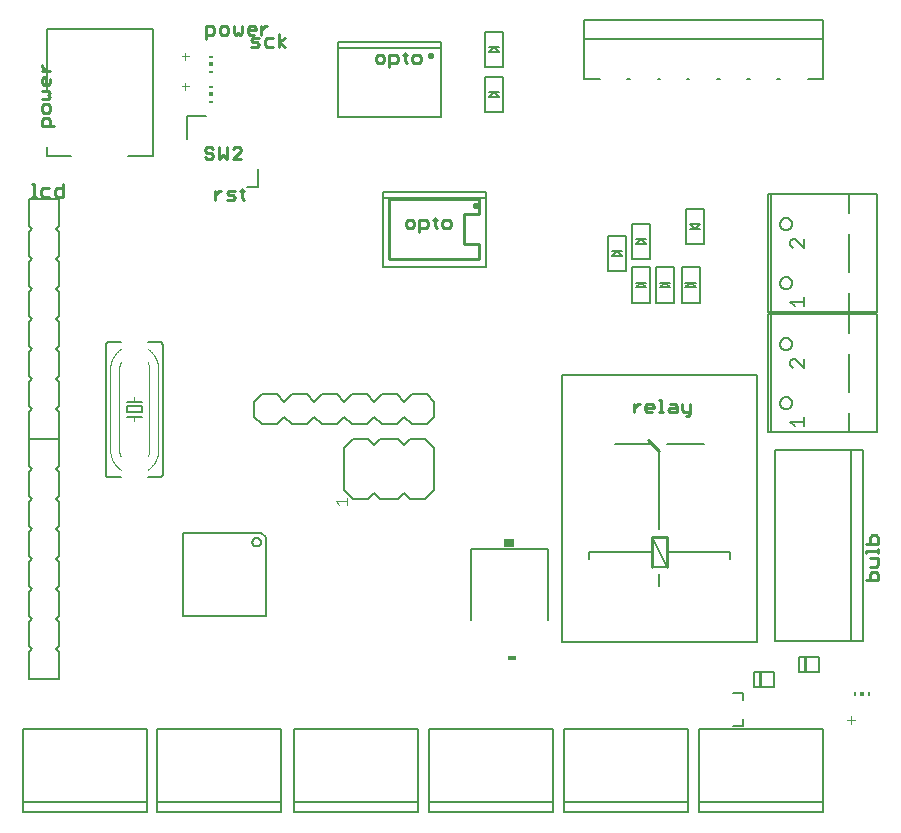
<source format=gto>
G75*
%MOIN*%
%OFA0B0*%
%FSLAX25Y25*%
%IPPOS*%
%LPD*%
%AMOC8*
5,1,8,0,0,1.08239X$1,22.5*
%
%ADD10C,0.01000*%
%ADD11C,0.00900*%
%ADD12C,0.00500*%
%ADD13C,0.00600*%
%ADD14C,0.00300*%
%ADD15C,0.00800*%
%ADD16C,0.02174*%
%ADD17R,0.02800X0.01600*%
%ADD18C,0.00200*%
%ADD19R,0.01181X0.00591*%
%ADD20R,0.01181X0.01181*%
%ADD21R,0.00591X0.01181*%
%ADD22R,0.03400X0.03000*%
D10*
X0144018Y0190102D02*
X0144018Y0210102D01*
X0174018Y0210102D01*
X0174018Y0205102D01*
X0169018Y0205102D01*
X0169018Y0195102D01*
X0174018Y0195102D01*
X0174018Y0190102D01*
X0144018Y0190102D01*
X0230318Y0129902D02*
X0231518Y0128602D01*
X0234018Y0126102D01*
X0236518Y0097602D02*
X0231518Y0097602D01*
X0231518Y0092602D01*
X0231518Y0087602D01*
X0236518Y0087602D02*
X0236518Y0092602D01*
X0236518Y0097602D01*
D11*
X0243059Y0137884D02*
X0243743Y0137884D01*
X0244427Y0138568D01*
X0244427Y0141988D01*
X0241692Y0141988D02*
X0241692Y0139936D01*
X0242375Y0139252D01*
X0244427Y0139252D01*
X0239823Y0139252D02*
X0239823Y0141304D01*
X0239139Y0141988D01*
X0237772Y0141988D01*
X0237772Y0140620D02*
X0239823Y0140620D01*
X0239823Y0139252D02*
X0237772Y0139252D01*
X0237088Y0139936D01*
X0237772Y0140620D01*
X0235386Y0139252D02*
X0234018Y0139252D01*
X0234702Y0139252D02*
X0234702Y0143356D01*
X0234018Y0143356D01*
X0232150Y0141304D02*
X0232150Y0140620D01*
X0229414Y0140620D01*
X0229414Y0141304D02*
X0230098Y0141988D01*
X0231466Y0141988D01*
X0232150Y0141304D01*
X0231466Y0139252D02*
X0230098Y0139252D01*
X0229414Y0139936D01*
X0229414Y0141304D01*
X0227630Y0141988D02*
X0226946Y0141988D01*
X0225578Y0140620D01*
X0225578Y0139252D02*
X0225578Y0141988D01*
X0164481Y0201236D02*
X0164481Y0202604D01*
X0163797Y0203288D01*
X0162429Y0203288D01*
X0161745Y0202604D01*
X0161745Y0201236D01*
X0162429Y0200552D01*
X0163797Y0200552D01*
X0164481Y0201236D01*
X0160043Y0200552D02*
X0159360Y0201236D01*
X0159360Y0203972D01*
X0160043Y0203288D02*
X0158676Y0203288D01*
X0156807Y0202604D02*
X0156807Y0201236D01*
X0156123Y0200552D01*
X0154072Y0200552D01*
X0154072Y0199184D02*
X0154072Y0203288D01*
X0156123Y0203288D01*
X0156807Y0202604D01*
X0152203Y0202604D02*
X0152203Y0201236D01*
X0151520Y0200552D01*
X0150152Y0200552D01*
X0149468Y0201236D01*
X0149468Y0202604D01*
X0150152Y0203288D01*
X0151520Y0203288D01*
X0152203Y0202604D01*
X0095766Y0210052D02*
X0095082Y0210736D01*
X0095082Y0213472D01*
X0094398Y0212788D02*
X0095766Y0212788D01*
X0092530Y0212788D02*
X0090478Y0212788D01*
X0089795Y0212104D01*
X0090478Y0211420D01*
X0091846Y0211420D01*
X0092530Y0210736D01*
X0091846Y0210052D01*
X0089795Y0210052D01*
X0088010Y0212788D02*
X0087326Y0212788D01*
X0085958Y0211420D01*
X0085958Y0210052D02*
X0085958Y0212788D01*
X0084708Y0223552D02*
X0083340Y0223552D01*
X0082656Y0224236D01*
X0083340Y0225604D02*
X0082656Y0226288D01*
X0082656Y0226972D01*
X0083340Y0227656D01*
X0084708Y0227656D01*
X0085392Y0226972D01*
X0084708Y0225604D02*
X0085392Y0224920D01*
X0085392Y0224236D01*
X0084708Y0223552D01*
X0084708Y0225604D02*
X0083340Y0225604D01*
X0087260Y0227656D02*
X0087260Y0223552D01*
X0088628Y0224920D01*
X0089996Y0223552D01*
X0089996Y0227656D01*
X0091864Y0226972D02*
X0092548Y0227656D01*
X0093916Y0227656D01*
X0094600Y0226972D01*
X0094600Y0226288D01*
X0091864Y0223552D01*
X0094600Y0223552D01*
X0097923Y0261052D02*
X0099975Y0261052D01*
X0100659Y0261736D01*
X0099975Y0262420D01*
X0098607Y0262420D01*
X0097923Y0263104D01*
X0098607Y0263788D01*
X0100659Y0263788D01*
X0101384Y0265052D02*
X0101384Y0267788D01*
X0102751Y0267788D02*
X0101384Y0266420D01*
X0099515Y0266420D02*
X0096780Y0266420D01*
X0096780Y0267104D02*
X0097463Y0267788D01*
X0098831Y0267788D01*
X0099515Y0267104D01*
X0099515Y0266420D01*
X0098831Y0265052D02*
X0097463Y0265052D01*
X0096780Y0265736D01*
X0096780Y0267104D01*
X0094911Y0267788D02*
X0094911Y0265736D01*
X0094227Y0265052D01*
X0093543Y0265736D01*
X0092860Y0265052D01*
X0092176Y0265736D01*
X0092176Y0267788D01*
X0090307Y0267104D02*
X0089623Y0267788D01*
X0088256Y0267788D01*
X0087572Y0267104D01*
X0087572Y0265736D01*
X0088256Y0265052D01*
X0089623Y0265052D01*
X0090307Y0265736D01*
X0090307Y0267104D01*
X0085703Y0267104D02*
X0085703Y0265736D01*
X0085020Y0265052D01*
X0082968Y0265052D01*
X0082968Y0263684D02*
X0082968Y0267788D01*
X0085020Y0267788D01*
X0085703Y0267104D01*
X0102751Y0267788D02*
X0103435Y0267788D01*
X0107131Y0265156D02*
X0107131Y0261052D01*
X0107131Y0262420D02*
X0109183Y0263788D01*
X0107131Y0262420D02*
X0109183Y0261052D01*
X0105263Y0261052D02*
X0103211Y0261052D01*
X0102527Y0261736D01*
X0102527Y0263104D01*
X0103211Y0263788D01*
X0105263Y0263788D01*
X0139468Y0257604D02*
X0139468Y0256236D01*
X0140152Y0255552D01*
X0141520Y0255552D01*
X0142203Y0256236D01*
X0142203Y0257604D01*
X0141520Y0258288D01*
X0140152Y0258288D01*
X0139468Y0257604D01*
X0144072Y0258288D02*
X0144072Y0254184D01*
X0144072Y0255552D02*
X0146123Y0255552D01*
X0146807Y0256236D01*
X0146807Y0257604D01*
X0146123Y0258288D01*
X0144072Y0258288D01*
X0148676Y0258288D02*
X0150043Y0258288D01*
X0149360Y0258972D02*
X0149360Y0256236D01*
X0150043Y0255552D01*
X0151745Y0256236D02*
X0152429Y0255552D01*
X0153797Y0255552D01*
X0154481Y0256236D01*
X0154481Y0257604D01*
X0153797Y0258288D01*
X0152429Y0258288D01*
X0151745Y0257604D01*
X0151745Y0256236D01*
X0035317Y0215136D02*
X0035317Y0211032D01*
X0033265Y0211032D01*
X0032581Y0211716D01*
X0032581Y0213084D01*
X0033265Y0213768D01*
X0035317Y0213768D01*
X0030713Y0213768D02*
X0028661Y0213768D01*
X0027977Y0213084D01*
X0027977Y0211716D01*
X0028661Y0211032D01*
X0030713Y0211032D01*
X0026276Y0211032D02*
X0024908Y0211032D01*
X0025592Y0211032D02*
X0025592Y0215136D01*
X0024908Y0215136D01*
X0028272Y0234450D02*
X0028272Y0236501D01*
X0028956Y0237185D01*
X0030324Y0237185D01*
X0031008Y0236501D01*
X0031008Y0234450D01*
X0032376Y0234450D02*
X0028272Y0234450D01*
X0028956Y0239054D02*
X0030324Y0239054D01*
X0031008Y0239738D01*
X0031008Y0241105D01*
X0030324Y0241789D01*
X0028956Y0241789D01*
X0028272Y0241105D01*
X0028272Y0239738D01*
X0028956Y0239054D01*
X0028272Y0243658D02*
X0030324Y0243658D01*
X0031008Y0244341D01*
X0030324Y0245025D01*
X0031008Y0245709D01*
X0030324Y0246393D01*
X0028272Y0246393D01*
X0028956Y0248261D02*
X0028272Y0248945D01*
X0028272Y0250313D01*
X0028956Y0250997D01*
X0029640Y0250997D01*
X0029640Y0248261D01*
X0030324Y0248261D02*
X0028956Y0248261D01*
X0030324Y0248261D02*
X0031008Y0248945D01*
X0031008Y0250313D01*
X0031008Y0252865D02*
X0028272Y0252865D01*
X0029640Y0252865D02*
X0028272Y0254233D01*
X0028272Y0254917D01*
X0302934Y0095358D02*
X0307038Y0095358D01*
X0307038Y0097410D01*
X0306354Y0098094D01*
X0304986Y0098094D01*
X0304302Y0097410D01*
X0304302Y0095358D01*
X0302934Y0092973D02*
X0307038Y0092973D01*
X0307038Y0092289D02*
X0307038Y0093657D01*
X0307038Y0090421D02*
X0304302Y0090421D01*
X0302934Y0092289D02*
X0302934Y0092973D01*
X0307038Y0090421D02*
X0307038Y0088369D01*
X0306354Y0087685D01*
X0304302Y0087685D01*
X0304986Y0085817D02*
X0304302Y0085133D01*
X0304302Y0083081D01*
X0302934Y0083081D02*
X0307038Y0083081D01*
X0307038Y0085133D01*
X0306354Y0085817D01*
X0304986Y0085817D01*
D12*
X0287364Y0057661D02*
X0280671Y0057661D01*
X0280671Y0052543D01*
X0287364Y0052543D01*
X0287364Y0057661D01*
X0282837Y0057464D02*
X0282837Y0052740D01*
X0282443Y0052740D02*
X0282443Y0057464D01*
X0282837Y0057464D01*
X0272364Y0052661D02*
X0272364Y0047543D01*
X0265671Y0047543D01*
X0265671Y0052661D01*
X0272364Y0052661D01*
X0267837Y0052464D02*
X0267837Y0047740D01*
X0267443Y0047740D02*
X0267443Y0052464D01*
X0267837Y0052464D01*
X0279265Y0134510D02*
X0277764Y0136011D01*
X0282268Y0136011D01*
X0282268Y0134510D02*
X0282268Y0137512D01*
X0282268Y0154010D02*
X0279265Y0157012D01*
X0278515Y0157012D01*
X0277764Y0156261D01*
X0277764Y0154760D01*
X0278515Y0154010D01*
X0282268Y0154010D02*
X0282268Y0157012D01*
X0282268Y0174510D02*
X0282268Y0177512D01*
X0282268Y0176011D02*
X0277764Y0176011D01*
X0279265Y0174510D01*
X0278515Y0194010D02*
X0277764Y0194760D01*
X0277764Y0196261D01*
X0278515Y0197012D01*
X0279265Y0197012D01*
X0282268Y0194010D01*
X0282268Y0197012D01*
X0248971Y0195197D02*
X0248971Y0207008D01*
X0243065Y0207008D01*
X0243065Y0195197D01*
X0248971Y0195197D01*
X0247768Y0200352D02*
X0244268Y0200352D01*
X0244268Y0201852D02*
X0246018Y0200352D01*
X0247768Y0201852D01*
X0244268Y0201852D01*
X0230971Y0202008D02*
X0230971Y0190197D01*
X0225065Y0190197D01*
X0225065Y0202008D01*
X0230971Y0202008D01*
X0229768Y0196852D02*
X0226268Y0196852D01*
X0226268Y0195352D02*
X0228018Y0196852D01*
X0229768Y0195352D01*
X0226268Y0195352D01*
X0222971Y0198008D02*
X0222971Y0186197D01*
X0217065Y0186197D01*
X0217065Y0198008D01*
X0222971Y0198008D01*
X0221768Y0192852D02*
X0218268Y0192852D01*
X0218268Y0191352D02*
X0220018Y0192852D01*
X0221768Y0191352D01*
X0218268Y0191352D01*
X0225065Y0187508D02*
X0225065Y0175697D01*
X0230971Y0175697D01*
X0230971Y0187508D01*
X0225065Y0187508D01*
X0226268Y0182352D02*
X0229768Y0182352D01*
X0229768Y0180852D02*
X0228018Y0182352D01*
X0226268Y0180852D01*
X0229768Y0180852D01*
X0234268Y0180852D02*
X0236018Y0182352D01*
X0237768Y0180852D01*
X0234268Y0180852D01*
X0234268Y0182352D02*
X0237768Y0182352D01*
X0238971Y0187508D02*
X0233065Y0187508D01*
X0233065Y0175697D01*
X0238971Y0175697D01*
X0238971Y0187508D01*
X0241565Y0187508D02*
X0241565Y0175697D01*
X0247471Y0175697D01*
X0247471Y0187508D01*
X0241565Y0187508D01*
X0242768Y0182352D02*
X0246268Y0182352D01*
X0246268Y0180852D02*
X0242768Y0180852D01*
X0244518Y0182352D01*
X0246268Y0180852D01*
X0181971Y0239197D02*
X0176065Y0239197D01*
X0176065Y0251008D01*
X0181971Y0251008D01*
X0181971Y0239197D01*
X0180768Y0244352D02*
X0177268Y0244352D01*
X0179018Y0245852D01*
X0180768Y0244352D01*
X0180768Y0245852D02*
X0177268Y0245852D01*
X0176065Y0254197D02*
X0176065Y0266008D01*
X0181971Y0266008D01*
X0181971Y0254197D01*
X0176065Y0254197D01*
X0177268Y0259352D02*
X0179018Y0260852D01*
X0180768Y0259352D01*
X0177268Y0259352D01*
X0177268Y0260852D02*
X0180768Y0260852D01*
X0100368Y0220102D02*
X0100368Y0214402D01*
X0096518Y0214402D01*
X0076768Y0230102D02*
X0076768Y0238052D01*
X0076767Y0238052D01*
X0076768Y0238052D02*
X0082868Y0238052D01*
X0132018Y0130102D02*
X0137018Y0130102D01*
X0139018Y0128102D01*
X0141018Y0130102D01*
X0147018Y0130102D01*
X0149018Y0128102D01*
X0151018Y0130102D01*
X0156018Y0130102D01*
X0159018Y0127102D01*
X0159018Y0113102D01*
X0156018Y0110102D01*
X0151018Y0110102D01*
X0149018Y0112102D01*
X0147018Y0110102D01*
X0141018Y0110102D01*
X0139018Y0112102D01*
X0137018Y0110102D01*
X0132018Y0110102D01*
X0129018Y0113102D01*
X0129018Y0127102D01*
X0132018Y0130102D01*
D13*
X0131518Y0135102D02*
X0129018Y0137602D01*
X0126518Y0135102D01*
X0121518Y0135102D01*
X0119018Y0137602D01*
X0116518Y0135102D01*
X0111518Y0135102D01*
X0109018Y0137602D01*
X0106518Y0135102D01*
X0101518Y0135102D01*
X0099018Y0137602D01*
X0099018Y0142602D01*
X0101518Y0145102D01*
X0106518Y0145102D01*
X0109018Y0142602D01*
X0111518Y0145102D01*
X0116518Y0145102D01*
X0119018Y0142602D01*
X0121518Y0145102D01*
X0126518Y0145102D01*
X0129018Y0142602D01*
X0131518Y0145102D01*
X0136518Y0145102D01*
X0139018Y0142602D01*
X0141518Y0145102D01*
X0146518Y0145102D01*
X0149018Y0142602D01*
X0151518Y0145102D01*
X0156518Y0145102D01*
X0159018Y0142602D01*
X0159018Y0137602D01*
X0156518Y0135102D01*
X0151518Y0135102D01*
X0149018Y0137602D01*
X0146518Y0135102D01*
X0141518Y0135102D01*
X0139018Y0137602D01*
X0136518Y0135102D01*
X0131518Y0135102D01*
X0101419Y0098901D02*
X0102817Y0097504D01*
X0102817Y0071303D01*
X0075219Y0071303D01*
X0075219Y0098901D01*
X0101419Y0098901D01*
X0098404Y0095902D02*
X0098406Y0095977D01*
X0098412Y0096051D01*
X0098422Y0096125D01*
X0098435Y0096198D01*
X0098453Y0096271D01*
X0098474Y0096342D01*
X0098499Y0096413D01*
X0098528Y0096482D01*
X0098561Y0096549D01*
X0098597Y0096614D01*
X0098636Y0096678D01*
X0098678Y0096739D01*
X0098724Y0096798D01*
X0098773Y0096855D01*
X0098825Y0096908D01*
X0098879Y0096959D01*
X0098936Y0097008D01*
X0098996Y0097052D01*
X0099058Y0097094D01*
X0099122Y0097133D01*
X0099188Y0097168D01*
X0099255Y0097199D01*
X0099325Y0097227D01*
X0099395Y0097251D01*
X0099467Y0097272D01*
X0099540Y0097288D01*
X0099613Y0097301D01*
X0099688Y0097310D01*
X0099762Y0097315D01*
X0099837Y0097316D01*
X0099911Y0097313D01*
X0099986Y0097306D01*
X0100059Y0097295D01*
X0100133Y0097281D01*
X0100205Y0097262D01*
X0100276Y0097240D01*
X0100346Y0097214D01*
X0100415Y0097184D01*
X0100481Y0097151D01*
X0100546Y0097114D01*
X0100609Y0097074D01*
X0100670Y0097030D01*
X0100728Y0096984D01*
X0100784Y0096934D01*
X0100837Y0096882D01*
X0100888Y0096827D01*
X0100935Y0096769D01*
X0100979Y0096709D01*
X0101020Y0096646D01*
X0101058Y0096582D01*
X0101092Y0096516D01*
X0101123Y0096447D01*
X0101150Y0096378D01*
X0101173Y0096307D01*
X0101192Y0096235D01*
X0101208Y0096162D01*
X0101220Y0096088D01*
X0101228Y0096014D01*
X0101232Y0095939D01*
X0101232Y0095865D01*
X0101228Y0095790D01*
X0101220Y0095716D01*
X0101208Y0095642D01*
X0101192Y0095569D01*
X0101173Y0095497D01*
X0101150Y0095426D01*
X0101123Y0095357D01*
X0101092Y0095288D01*
X0101058Y0095222D01*
X0101020Y0095158D01*
X0100979Y0095095D01*
X0100935Y0095035D01*
X0100888Y0094977D01*
X0100837Y0094922D01*
X0100784Y0094870D01*
X0100728Y0094820D01*
X0100670Y0094774D01*
X0100609Y0094730D01*
X0100546Y0094690D01*
X0100481Y0094653D01*
X0100415Y0094620D01*
X0100346Y0094590D01*
X0100276Y0094564D01*
X0100205Y0094542D01*
X0100133Y0094523D01*
X0100059Y0094509D01*
X0099986Y0094498D01*
X0099911Y0094491D01*
X0099837Y0094488D01*
X0099762Y0094489D01*
X0099688Y0094494D01*
X0099613Y0094503D01*
X0099540Y0094516D01*
X0099467Y0094532D01*
X0099395Y0094553D01*
X0099325Y0094577D01*
X0099255Y0094605D01*
X0099188Y0094636D01*
X0099122Y0094671D01*
X0099058Y0094710D01*
X0098996Y0094752D01*
X0098936Y0094796D01*
X0098879Y0094845D01*
X0098825Y0094896D01*
X0098773Y0094949D01*
X0098724Y0095006D01*
X0098678Y0095065D01*
X0098636Y0095126D01*
X0098597Y0095190D01*
X0098561Y0095255D01*
X0098528Y0095322D01*
X0098499Y0095391D01*
X0098474Y0095462D01*
X0098453Y0095533D01*
X0098435Y0095606D01*
X0098422Y0095679D01*
X0098412Y0095753D01*
X0098406Y0095827D01*
X0098404Y0095902D01*
X0068518Y0118602D02*
X0068518Y0161602D01*
X0068516Y0161662D01*
X0068511Y0161723D01*
X0068502Y0161782D01*
X0068489Y0161841D01*
X0068473Y0161900D01*
X0068453Y0161957D01*
X0068430Y0162012D01*
X0068403Y0162067D01*
X0068374Y0162119D01*
X0068341Y0162170D01*
X0068305Y0162219D01*
X0068267Y0162265D01*
X0068225Y0162309D01*
X0068181Y0162351D01*
X0068135Y0162389D01*
X0068086Y0162425D01*
X0068035Y0162458D01*
X0067983Y0162487D01*
X0067928Y0162514D01*
X0067873Y0162537D01*
X0067816Y0162557D01*
X0067757Y0162573D01*
X0067698Y0162586D01*
X0067639Y0162595D01*
X0067578Y0162600D01*
X0067518Y0162602D01*
X0063518Y0162602D01*
X0054518Y0162602D02*
X0050518Y0162602D01*
X0050458Y0162600D01*
X0050397Y0162595D01*
X0050338Y0162586D01*
X0050279Y0162573D01*
X0050220Y0162557D01*
X0050163Y0162537D01*
X0050108Y0162514D01*
X0050053Y0162487D01*
X0050001Y0162458D01*
X0049950Y0162425D01*
X0049901Y0162389D01*
X0049855Y0162351D01*
X0049811Y0162309D01*
X0049769Y0162265D01*
X0049731Y0162219D01*
X0049695Y0162170D01*
X0049662Y0162119D01*
X0049633Y0162067D01*
X0049606Y0162012D01*
X0049583Y0161957D01*
X0049563Y0161900D01*
X0049547Y0161841D01*
X0049534Y0161782D01*
X0049525Y0161723D01*
X0049520Y0161662D01*
X0049518Y0161602D01*
X0049518Y0118602D01*
X0049520Y0118542D01*
X0049525Y0118481D01*
X0049534Y0118422D01*
X0049547Y0118363D01*
X0049563Y0118304D01*
X0049583Y0118247D01*
X0049606Y0118192D01*
X0049633Y0118137D01*
X0049662Y0118085D01*
X0049695Y0118034D01*
X0049731Y0117985D01*
X0049769Y0117939D01*
X0049811Y0117895D01*
X0049855Y0117853D01*
X0049901Y0117815D01*
X0049950Y0117779D01*
X0050001Y0117746D01*
X0050053Y0117717D01*
X0050108Y0117690D01*
X0050163Y0117667D01*
X0050220Y0117647D01*
X0050279Y0117631D01*
X0050338Y0117618D01*
X0050397Y0117609D01*
X0050458Y0117604D01*
X0050518Y0117602D01*
X0054518Y0117602D01*
X0063518Y0117602D02*
X0067518Y0117602D01*
X0067578Y0117604D01*
X0067639Y0117609D01*
X0067698Y0117618D01*
X0067757Y0117631D01*
X0067816Y0117647D01*
X0067873Y0117667D01*
X0067928Y0117690D01*
X0067983Y0117717D01*
X0068035Y0117746D01*
X0068086Y0117779D01*
X0068135Y0117815D01*
X0068181Y0117853D01*
X0068225Y0117895D01*
X0068267Y0117939D01*
X0068305Y0117985D01*
X0068341Y0118034D01*
X0068374Y0118085D01*
X0068403Y0118137D01*
X0068430Y0118192D01*
X0068453Y0118247D01*
X0068473Y0118304D01*
X0068489Y0118363D01*
X0068502Y0118422D01*
X0068511Y0118481D01*
X0068516Y0118542D01*
X0068518Y0118602D01*
X0061518Y0137602D02*
X0059018Y0137602D01*
X0056518Y0137602D01*
X0056518Y0139102D02*
X0056518Y0141102D01*
X0061518Y0141102D01*
X0061518Y0139102D01*
X0056518Y0139102D01*
X0056518Y0142602D02*
X0059018Y0142602D01*
X0061518Y0142602D01*
X0034018Y0141102D02*
X0034018Y0149102D01*
X0033018Y0150102D01*
X0034018Y0151102D01*
X0034018Y0159102D01*
X0033018Y0160102D01*
X0034018Y0161102D01*
X0034018Y0169102D01*
X0033018Y0170102D01*
X0034018Y0171102D01*
X0034018Y0179102D01*
X0033018Y0180102D01*
X0034018Y0181102D01*
X0034018Y0189102D01*
X0033018Y0190102D01*
X0034018Y0191102D01*
X0034018Y0199102D01*
X0033018Y0200102D01*
X0034018Y0201102D01*
X0034018Y0210102D01*
X0024018Y0210102D01*
X0024018Y0201102D01*
X0025018Y0200102D01*
X0024018Y0199102D01*
X0024018Y0191102D01*
X0025018Y0190102D01*
X0024018Y0189102D01*
X0024018Y0181102D01*
X0025018Y0180102D01*
X0024018Y0179102D01*
X0024018Y0171102D01*
X0025018Y0170102D01*
X0024018Y0169102D01*
X0024018Y0161102D01*
X0025018Y0160102D01*
X0024018Y0159102D01*
X0024018Y0151102D01*
X0025018Y0150102D01*
X0024018Y0149102D01*
X0024018Y0141102D01*
X0025018Y0140102D01*
X0024018Y0139102D01*
X0024018Y0130102D01*
X0034018Y0130102D01*
X0034018Y0121102D01*
X0033018Y0120102D01*
X0034018Y0119102D01*
X0034018Y0111102D01*
X0033018Y0110102D01*
X0034018Y0109102D01*
X0034018Y0101102D01*
X0033018Y0100102D01*
X0034018Y0099102D01*
X0034018Y0091102D01*
X0033018Y0090102D01*
X0034018Y0089102D01*
X0034018Y0081102D01*
X0033018Y0080102D01*
X0034018Y0079102D01*
X0034018Y0071102D01*
X0033018Y0070102D01*
X0034018Y0069102D01*
X0034018Y0061102D01*
X0033018Y0060102D01*
X0034018Y0059102D01*
X0034018Y0050102D01*
X0024018Y0050102D01*
X0024018Y0059102D01*
X0025018Y0060102D01*
X0024018Y0061102D01*
X0024018Y0069102D01*
X0025018Y0070102D01*
X0024018Y0071102D01*
X0024018Y0079102D01*
X0025018Y0080102D01*
X0024018Y0081102D01*
X0024018Y0089102D01*
X0025018Y0090102D01*
X0024018Y0091102D01*
X0024018Y0099102D01*
X0025018Y0100102D01*
X0024018Y0101102D01*
X0024018Y0109102D01*
X0025018Y0110102D01*
X0024018Y0111102D01*
X0024018Y0119102D01*
X0025018Y0120102D01*
X0024018Y0121102D01*
X0024018Y0130102D01*
X0034018Y0130102D01*
X0034018Y0139102D01*
X0033018Y0140102D01*
X0034018Y0141102D01*
X0141852Y0187582D02*
X0176282Y0187582D01*
X0176282Y0212622D01*
X0141852Y0212622D01*
X0141852Y0210590D01*
X0175888Y0210590D01*
X0161282Y0237582D02*
X0161282Y0262622D01*
X0126852Y0262622D01*
X0126852Y0260590D01*
X0160888Y0260590D01*
X0161282Y0237582D02*
X0126852Y0237582D01*
X0126852Y0260590D01*
X0141852Y0210590D02*
X0141852Y0187582D01*
X0201518Y0151602D02*
X0266518Y0151602D01*
X0266518Y0062602D01*
X0201518Y0062602D01*
X0201518Y0151602D01*
X0219318Y0128602D02*
X0231518Y0128602D01*
X0234018Y0126102D02*
X0234018Y0100102D01*
X0231518Y0097602D02*
X0236518Y0087602D01*
X0231518Y0087602D01*
X0234018Y0085102D02*
X0234018Y0081102D01*
X0236518Y0092602D02*
X0257518Y0092602D01*
X0257518Y0090102D01*
X0231518Y0092602D02*
X0210518Y0092602D01*
X0210518Y0090102D01*
X0236518Y0128602D02*
X0248818Y0128602D01*
X0270317Y0132460D02*
X0271116Y0132460D01*
X0271116Y0171760D01*
X0297116Y0171760D01*
X0306518Y0171760D01*
X0306518Y0132460D01*
X0297116Y0132460D01*
X0271116Y0132460D01*
X0270317Y0132460D02*
X0270317Y0171760D01*
X0271116Y0171760D01*
X0271116Y0172460D02*
X0270317Y0172460D01*
X0270317Y0211760D01*
X0271116Y0211760D01*
X0297116Y0211760D01*
X0306518Y0211760D01*
X0306518Y0172460D01*
X0297116Y0172460D01*
X0271116Y0172460D01*
X0271116Y0211760D01*
X0274318Y0201960D02*
X0274320Y0202049D01*
X0274326Y0202138D01*
X0274336Y0202227D01*
X0274350Y0202315D01*
X0274367Y0202402D01*
X0274389Y0202488D01*
X0274415Y0202574D01*
X0274444Y0202658D01*
X0274477Y0202741D01*
X0274513Y0202822D01*
X0274554Y0202902D01*
X0274597Y0202979D01*
X0274644Y0203055D01*
X0274695Y0203128D01*
X0274748Y0203199D01*
X0274805Y0203268D01*
X0274865Y0203334D01*
X0274928Y0203398D01*
X0274993Y0203458D01*
X0275061Y0203516D01*
X0275132Y0203570D01*
X0275205Y0203621D01*
X0275280Y0203669D01*
X0275357Y0203714D01*
X0275436Y0203755D01*
X0275517Y0203792D01*
X0275599Y0203826D01*
X0275683Y0203857D01*
X0275768Y0203883D01*
X0275854Y0203906D01*
X0275941Y0203924D01*
X0276029Y0203939D01*
X0276118Y0203950D01*
X0276207Y0203957D01*
X0276296Y0203960D01*
X0276385Y0203959D01*
X0276474Y0203954D01*
X0276562Y0203945D01*
X0276651Y0203932D01*
X0276738Y0203915D01*
X0276825Y0203895D01*
X0276911Y0203870D01*
X0276995Y0203842D01*
X0277078Y0203810D01*
X0277160Y0203774D01*
X0277240Y0203735D01*
X0277318Y0203692D01*
X0277394Y0203646D01*
X0277468Y0203596D01*
X0277540Y0203543D01*
X0277609Y0203487D01*
X0277676Y0203428D01*
X0277740Y0203366D01*
X0277801Y0203302D01*
X0277860Y0203234D01*
X0277915Y0203164D01*
X0277967Y0203092D01*
X0278016Y0203017D01*
X0278061Y0202941D01*
X0278103Y0202862D01*
X0278141Y0202782D01*
X0278176Y0202700D01*
X0278207Y0202616D01*
X0278235Y0202531D01*
X0278258Y0202445D01*
X0278278Y0202358D01*
X0278294Y0202271D01*
X0278306Y0202182D01*
X0278314Y0202094D01*
X0278318Y0202005D01*
X0278318Y0201915D01*
X0278314Y0201826D01*
X0278306Y0201738D01*
X0278294Y0201649D01*
X0278278Y0201562D01*
X0278258Y0201475D01*
X0278235Y0201389D01*
X0278207Y0201304D01*
X0278176Y0201220D01*
X0278141Y0201138D01*
X0278103Y0201058D01*
X0278061Y0200979D01*
X0278016Y0200903D01*
X0277967Y0200828D01*
X0277915Y0200756D01*
X0277860Y0200686D01*
X0277801Y0200618D01*
X0277740Y0200554D01*
X0277676Y0200492D01*
X0277609Y0200433D01*
X0277540Y0200377D01*
X0277468Y0200324D01*
X0277394Y0200274D01*
X0277318Y0200228D01*
X0277240Y0200185D01*
X0277160Y0200146D01*
X0277078Y0200110D01*
X0276995Y0200078D01*
X0276911Y0200050D01*
X0276825Y0200025D01*
X0276738Y0200005D01*
X0276651Y0199988D01*
X0276562Y0199975D01*
X0276474Y0199966D01*
X0276385Y0199961D01*
X0276296Y0199960D01*
X0276207Y0199963D01*
X0276118Y0199970D01*
X0276029Y0199981D01*
X0275941Y0199996D01*
X0275854Y0200014D01*
X0275768Y0200037D01*
X0275683Y0200063D01*
X0275599Y0200094D01*
X0275517Y0200128D01*
X0275436Y0200165D01*
X0275357Y0200206D01*
X0275280Y0200251D01*
X0275205Y0200299D01*
X0275132Y0200350D01*
X0275061Y0200404D01*
X0274993Y0200462D01*
X0274928Y0200522D01*
X0274865Y0200586D01*
X0274805Y0200652D01*
X0274748Y0200721D01*
X0274695Y0200792D01*
X0274644Y0200865D01*
X0274597Y0200941D01*
X0274554Y0201018D01*
X0274513Y0201098D01*
X0274477Y0201179D01*
X0274444Y0201262D01*
X0274415Y0201346D01*
X0274389Y0201432D01*
X0274367Y0201518D01*
X0274350Y0201605D01*
X0274336Y0201693D01*
X0274326Y0201782D01*
X0274320Y0201871D01*
X0274318Y0201960D01*
X0274318Y0182260D02*
X0274320Y0182349D01*
X0274326Y0182438D01*
X0274336Y0182527D01*
X0274350Y0182615D01*
X0274367Y0182702D01*
X0274389Y0182788D01*
X0274415Y0182874D01*
X0274444Y0182958D01*
X0274477Y0183041D01*
X0274513Y0183122D01*
X0274554Y0183202D01*
X0274597Y0183279D01*
X0274644Y0183355D01*
X0274695Y0183428D01*
X0274748Y0183499D01*
X0274805Y0183568D01*
X0274865Y0183634D01*
X0274928Y0183698D01*
X0274993Y0183758D01*
X0275061Y0183816D01*
X0275132Y0183870D01*
X0275205Y0183921D01*
X0275280Y0183969D01*
X0275357Y0184014D01*
X0275436Y0184055D01*
X0275517Y0184092D01*
X0275599Y0184126D01*
X0275683Y0184157D01*
X0275768Y0184183D01*
X0275854Y0184206D01*
X0275941Y0184224D01*
X0276029Y0184239D01*
X0276118Y0184250D01*
X0276207Y0184257D01*
X0276296Y0184260D01*
X0276385Y0184259D01*
X0276474Y0184254D01*
X0276562Y0184245D01*
X0276651Y0184232D01*
X0276738Y0184215D01*
X0276825Y0184195D01*
X0276911Y0184170D01*
X0276995Y0184142D01*
X0277078Y0184110D01*
X0277160Y0184074D01*
X0277240Y0184035D01*
X0277318Y0183992D01*
X0277394Y0183946D01*
X0277468Y0183896D01*
X0277540Y0183843D01*
X0277609Y0183787D01*
X0277676Y0183728D01*
X0277740Y0183666D01*
X0277801Y0183602D01*
X0277860Y0183534D01*
X0277915Y0183464D01*
X0277967Y0183392D01*
X0278016Y0183317D01*
X0278061Y0183241D01*
X0278103Y0183162D01*
X0278141Y0183082D01*
X0278176Y0183000D01*
X0278207Y0182916D01*
X0278235Y0182831D01*
X0278258Y0182745D01*
X0278278Y0182658D01*
X0278294Y0182571D01*
X0278306Y0182482D01*
X0278314Y0182394D01*
X0278318Y0182305D01*
X0278318Y0182215D01*
X0278314Y0182126D01*
X0278306Y0182038D01*
X0278294Y0181949D01*
X0278278Y0181862D01*
X0278258Y0181775D01*
X0278235Y0181689D01*
X0278207Y0181604D01*
X0278176Y0181520D01*
X0278141Y0181438D01*
X0278103Y0181358D01*
X0278061Y0181279D01*
X0278016Y0181203D01*
X0277967Y0181128D01*
X0277915Y0181056D01*
X0277860Y0180986D01*
X0277801Y0180918D01*
X0277740Y0180854D01*
X0277676Y0180792D01*
X0277609Y0180733D01*
X0277540Y0180677D01*
X0277468Y0180624D01*
X0277394Y0180574D01*
X0277318Y0180528D01*
X0277240Y0180485D01*
X0277160Y0180446D01*
X0277078Y0180410D01*
X0276995Y0180378D01*
X0276911Y0180350D01*
X0276825Y0180325D01*
X0276738Y0180305D01*
X0276651Y0180288D01*
X0276562Y0180275D01*
X0276474Y0180266D01*
X0276385Y0180261D01*
X0276296Y0180260D01*
X0276207Y0180263D01*
X0276118Y0180270D01*
X0276029Y0180281D01*
X0275941Y0180296D01*
X0275854Y0180314D01*
X0275768Y0180337D01*
X0275683Y0180363D01*
X0275599Y0180394D01*
X0275517Y0180428D01*
X0275436Y0180465D01*
X0275357Y0180506D01*
X0275280Y0180551D01*
X0275205Y0180599D01*
X0275132Y0180650D01*
X0275061Y0180704D01*
X0274993Y0180762D01*
X0274928Y0180822D01*
X0274865Y0180886D01*
X0274805Y0180952D01*
X0274748Y0181021D01*
X0274695Y0181092D01*
X0274644Y0181165D01*
X0274597Y0181241D01*
X0274554Y0181318D01*
X0274513Y0181398D01*
X0274477Y0181479D01*
X0274444Y0181562D01*
X0274415Y0181646D01*
X0274389Y0181732D01*
X0274367Y0181818D01*
X0274350Y0181905D01*
X0274336Y0181993D01*
X0274326Y0182082D01*
X0274320Y0182171D01*
X0274318Y0182260D01*
X0274318Y0161960D02*
X0274320Y0162049D01*
X0274326Y0162138D01*
X0274336Y0162227D01*
X0274350Y0162315D01*
X0274367Y0162402D01*
X0274389Y0162488D01*
X0274415Y0162574D01*
X0274444Y0162658D01*
X0274477Y0162741D01*
X0274513Y0162822D01*
X0274554Y0162902D01*
X0274597Y0162979D01*
X0274644Y0163055D01*
X0274695Y0163128D01*
X0274748Y0163199D01*
X0274805Y0163268D01*
X0274865Y0163334D01*
X0274928Y0163398D01*
X0274993Y0163458D01*
X0275061Y0163516D01*
X0275132Y0163570D01*
X0275205Y0163621D01*
X0275280Y0163669D01*
X0275357Y0163714D01*
X0275436Y0163755D01*
X0275517Y0163792D01*
X0275599Y0163826D01*
X0275683Y0163857D01*
X0275768Y0163883D01*
X0275854Y0163906D01*
X0275941Y0163924D01*
X0276029Y0163939D01*
X0276118Y0163950D01*
X0276207Y0163957D01*
X0276296Y0163960D01*
X0276385Y0163959D01*
X0276474Y0163954D01*
X0276562Y0163945D01*
X0276651Y0163932D01*
X0276738Y0163915D01*
X0276825Y0163895D01*
X0276911Y0163870D01*
X0276995Y0163842D01*
X0277078Y0163810D01*
X0277160Y0163774D01*
X0277240Y0163735D01*
X0277318Y0163692D01*
X0277394Y0163646D01*
X0277468Y0163596D01*
X0277540Y0163543D01*
X0277609Y0163487D01*
X0277676Y0163428D01*
X0277740Y0163366D01*
X0277801Y0163302D01*
X0277860Y0163234D01*
X0277915Y0163164D01*
X0277967Y0163092D01*
X0278016Y0163017D01*
X0278061Y0162941D01*
X0278103Y0162862D01*
X0278141Y0162782D01*
X0278176Y0162700D01*
X0278207Y0162616D01*
X0278235Y0162531D01*
X0278258Y0162445D01*
X0278278Y0162358D01*
X0278294Y0162271D01*
X0278306Y0162182D01*
X0278314Y0162094D01*
X0278318Y0162005D01*
X0278318Y0161915D01*
X0278314Y0161826D01*
X0278306Y0161738D01*
X0278294Y0161649D01*
X0278278Y0161562D01*
X0278258Y0161475D01*
X0278235Y0161389D01*
X0278207Y0161304D01*
X0278176Y0161220D01*
X0278141Y0161138D01*
X0278103Y0161058D01*
X0278061Y0160979D01*
X0278016Y0160903D01*
X0277967Y0160828D01*
X0277915Y0160756D01*
X0277860Y0160686D01*
X0277801Y0160618D01*
X0277740Y0160554D01*
X0277676Y0160492D01*
X0277609Y0160433D01*
X0277540Y0160377D01*
X0277468Y0160324D01*
X0277394Y0160274D01*
X0277318Y0160228D01*
X0277240Y0160185D01*
X0277160Y0160146D01*
X0277078Y0160110D01*
X0276995Y0160078D01*
X0276911Y0160050D01*
X0276825Y0160025D01*
X0276738Y0160005D01*
X0276651Y0159988D01*
X0276562Y0159975D01*
X0276474Y0159966D01*
X0276385Y0159961D01*
X0276296Y0159960D01*
X0276207Y0159963D01*
X0276118Y0159970D01*
X0276029Y0159981D01*
X0275941Y0159996D01*
X0275854Y0160014D01*
X0275768Y0160037D01*
X0275683Y0160063D01*
X0275599Y0160094D01*
X0275517Y0160128D01*
X0275436Y0160165D01*
X0275357Y0160206D01*
X0275280Y0160251D01*
X0275205Y0160299D01*
X0275132Y0160350D01*
X0275061Y0160404D01*
X0274993Y0160462D01*
X0274928Y0160522D01*
X0274865Y0160586D01*
X0274805Y0160652D01*
X0274748Y0160721D01*
X0274695Y0160792D01*
X0274644Y0160865D01*
X0274597Y0160941D01*
X0274554Y0161018D01*
X0274513Y0161098D01*
X0274477Y0161179D01*
X0274444Y0161262D01*
X0274415Y0161346D01*
X0274389Y0161432D01*
X0274367Y0161518D01*
X0274350Y0161605D01*
X0274336Y0161693D01*
X0274326Y0161782D01*
X0274320Y0161871D01*
X0274318Y0161960D01*
X0274318Y0142260D02*
X0274320Y0142349D01*
X0274326Y0142438D01*
X0274336Y0142527D01*
X0274350Y0142615D01*
X0274367Y0142702D01*
X0274389Y0142788D01*
X0274415Y0142874D01*
X0274444Y0142958D01*
X0274477Y0143041D01*
X0274513Y0143122D01*
X0274554Y0143202D01*
X0274597Y0143279D01*
X0274644Y0143355D01*
X0274695Y0143428D01*
X0274748Y0143499D01*
X0274805Y0143568D01*
X0274865Y0143634D01*
X0274928Y0143698D01*
X0274993Y0143758D01*
X0275061Y0143816D01*
X0275132Y0143870D01*
X0275205Y0143921D01*
X0275280Y0143969D01*
X0275357Y0144014D01*
X0275436Y0144055D01*
X0275517Y0144092D01*
X0275599Y0144126D01*
X0275683Y0144157D01*
X0275768Y0144183D01*
X0275854Y0144206D01*
X0275941Y0144224D01*
X0276029Y0144239D01*
X0276118Y0144250D01*
X0276207Y0144257D01*
X0276296Y0144260D01*
X0276385Y0144259D01*
X0276474Y0144254D01*
X0276562Y0144245D01*
X0276651Y0144232D01*
X0276738Y0144215D01*
X0276825Y0144195D01*
X0276911Y0144170D01*
X0276995Y0144142D01*
X0277078Y0144110D01*
X0277160Y0144074D01*
X0277240Y0144035D01*
X0277318Y0143992D01*
X0277394Y0143946D01*
X0277468Y0143896D01*
X0277540Y0143843D01*
X0277609Y0143787D01*
X0277676Y0143728D01*
X0277740Y0143666D01*
X0277801Y0143602D01*
X0277860Y0143534D01*
X0277915Y0143464D01*
X0277967Y0143392D01*
X0278016Y0143317D01*
X0278061Y0143241D01*
X0278103Y0143162D01*
X0278141Y0143082D01*
X0278176Y0143000D01*
X0278207Y0142916D01*
X0278235Y0142831D01*
X0278258Y0142745D01*
X0278278Y0142658D01*
X0278294Y0142571D01*
X0278306Y0142482D01*
X0278314Y0142394D01*
X0278318Y0142305D01*
X0278318Y0142215D01*
X0278314Y0142126D01*
X0278306Y0142038D01*
X0278294Y0141949D01*
X0278278Y0141862D01*
X0278258Y0141775D01*
X0278235Y0141689D01*
X0278207Y0141604D01*
X0278176Y0141520D01*
X0278141Y0141438D01*
X0278103Y0141358D01*
X0278061Y0141279D01*
X0278016Y0141203D01*
X0277967Y0141128D01*
X0277915Y0141056D01*
X0277860Y0140986D01*
X0277801Y0140918D01*
X0277740Y0140854D01*
X0277676Y0140792D01*
X0277609Y0140733D01*
X0277540Y0140677D01*
X0277468Y0140624D01*
X0277394Y0140574D01*
X0277318Y0140528D01*
X0277240Y0140485D01*
X0277160Y0140446D01*
X0277078Y0140410D01*
X0276995Y0140378D01*
X0276911Y0140350D01*
X0276825Y0140325D01*
X0276738Y0140305D01*
X0276651Y0140288D01*
X0276562Y0140275D01*
X0276474Y0140266D01*
X0276385Y0140261D01*
X0276296Y0140260D01*
X0276207Y0140263D01*
X0276118Y0140270D01*
X0276029Y0140281D01*
X0275941Y0140296D01*
X0275854Y0140314D01*
X0275768Y0140337D01*
X0275683Y0140363D01*
X0275599Y0140394D01*
X0275517Y0140428D01*
X0275436Y0140465D01*
X0275357Y0140506D01*
X0275280Y0140551D01*
X0275205Y0140599D01*
X0275132Y0140650D01*
X0275061Y0140704D01*
X0274993Y0140762D01*
X0274928Y0140822D01*
X0274865Y0140886D01*
X0274805Y0140952D01*
X0274748Y0141021D01*
X0274695Y0141092D01*
X0274644Y0141165D01*
X0274597Y0141241D01*
X0274554Y0141318D01*
X0274513Y0141398D01*
X0274477Y0141479D01*
X0274444Y0141562D01*
X0274415Y0141646D01*
X0274389Y0141732D01*
X0274367Y0141818D01*
X0274350Y0141905D01*
X0274336Y0141993D01*
X0274326Y0142082D01*
X0274320Y0142171D01*
X0274318Y0142260D01*
X0297116Y0145760D02*
X0297116Y0158460D01*
X0297116Y0165460D02*
X0297116Y0171760D01*
X0297116Y0172460D02*
X0297116Y0178760D01*
X0297116Y0185760D02*
X0297116Y0198460D01*
X0297116Y0205460D02*
X0297116Y0211760D01*
X0297116Y0138760D02*
X0297116Y0132460D01*
D14*
X0297902Y0037838D02*
X0297902Y0035369D01*
X0296668Y0036604D02*
X0299137Y0036604D01*
X0129868Y0108252D02*
X0129868Y0110721D01*
X0129868Y0109486D02*
X0126165Y0109486D01*
X0127399Y0108252D01*
X0076016Y0246569D02*
X0076016Y0249038D01*
X0074782Y0247803D02*
X0077251Y0247803D01*
X0076016Y0256569D02*
X0076016Y0259038D01*
X0074782Y0257803D02*
X0077251Y0257803D01*
D15*
X0021828Y0009078D02*
X0021828Y0005929D01*
X0063167Y0005929D01*
X0063167Y0009078D01*
X0021828Y0009078D01*
X0021828Y0033488D01*
X0063167Y0033488D01*
X0063167Y0009078D01*
X0066628Y0009078D02*
X0066628Y0005929D01*
X0107967Y0005929D01*
X0107967Y0009078D01*
X0066628Y0009078D01*
X0066628Y0033488D01*
X0107967Y0033488D01*
X0107967Y0009078D01*
X0112128Y0009078D02*
X0112128Y0005929D01*
X0153467Y0005929D01*
X0153467Y0009078D01*
X0112128Y0009078D01*
X0112128Y0033488D01*
X0153467Y0033488D01*
X0153467Y0009078D01*
X0157128Y0009078D02*
X0157128Y0005929D01*
X0198467Y0005929D01*
X0198467Y0009078D01*
X0157128Y0009078D01*
X0157128Y0033488D01*
X0198467Y0033488D01*
X0198467Y0009078D01*
X0202128Y0009078D02*
X0202128Y0005929D01*
X0243467Y0005929D01*
X0243467Y0009078D01*
X0202128Y0009078D01*
X0202128Y0033488D01*
X0243467Y0033488D01*
X0243467Y0009078D01*
X0247128Y0009078D02*
X0247128Y0005929D01*
X0288467Y0005929D01*
X0288467Y0009078D01*
X0247128Y0009078D01*
X0247128Y0033488D01*
X0288467Y0033488D01*
X0288467Y0009078D01*
X0261774Y0034590D02*
X0258624Y0034590D01*
X0261774Y0034590D02*
X0261774Y0036952D01*
X0261774Y0043252D02*
X0261774Y0045614D01*
X0258624Y0045614D01*
X0272482Y0062897D02*
X0298073Y0062897D01*
X0298073Y0126677D01*
X0302010Y0126677D01*
X0302010Y0062897D01*
X0298073Y0062897D01*
X0272482Y0062897D02*
X0272482Y0126677D01*
X0298073Y0126677D01*
X0196919Y0093602D02*
X0196918Y0070002D01*
X0196919Y0093602D02*
X0171116Y0093602D01*
X0171118Y0070002D01*
X0065234Y0224665D02*
X0056967Y0224665D01*
X0065234Y0224665D02*
X0065234Y0266791D01*
X0029801Y0266791D01*
X0029801Y0245925D01*
X0029801Y0227421D02*
X0029801Y0224665D01*
X0038069Y0224665D01*
X0209018Y0250102D02*
X0209018Y0263488D01*
X0288545Y0263488D01*
X0288545Y0250102D01*
X0288585Y0250141D02*
X0283467Y0250141D01*
X0274215Y0250141D02*
X0273427Y0250141D01*
X0264175Y0250141D02*
X0263388Y0250141D01*
X0254136Y0250141D02*
X0253349Y0250141D01*
X0244097Y0250141D02*
X0243309Y0250141D01*
X0234254Y0250141D02*
X0233467Y0250141D01*
X0224215Y0250141D02*
X0223427Y0250141D01*
X0214175Y0250141D02*
X0209057Y0250141D01*
X0209018Y0263488D02*
X0209018Y0269787D01*
X0288545Y0269787D01*
X0288545Y0263488D01*
D16*
X0172797Y0207976D03*
X0157797Y0257976D03*
D17*
X0185018Y0057102D03*
D18*
X0067018Y0126602D02*
X0067018Y0153602D01*
X0064018Y0153602D02*
X0064018Y0126602D01*
X0064016Y0126469D01*
X0064011Y0126337D01*
X0064002Y0126205D01*
X0063990Y0126072D01*
X0063974Y0125941D01*
X0063955Y0125809D01*
X0063932Y0125679D01*
X0063906Y0125549D01*
X0063876Y0125419D01*
X0063843Y0125291D01*
X0063807Y0125163D01*
X0063767Y0125037D01*
X0063724Y0124911D01*
X0063677Y0124787D01*
X0063627Y0124664D01*
X0063574Y0124543D01*
X0063518Y0124423D01*
X0067018Y0126602D02*
X0067016Y0126408D01*
X0067009Y0126213D01*
X0066997Y0126019D01*
X0066980Y0125825D01*
X0066959Y0125631D01*
X0066933Y0125438D01*
X0066902Y0125246D01*
X0066867Y0125055D01*
X0066827Y0124864D01*
X0066782Y0124675D01*
X0066733Y0124486D01*
X0066679Y0124299D01*
X0066621Y0124113D01*
X0066558Y0123929D01*
X0066491Y0123746D01*
X0066419Y0123565D01*
X0066343Y0123386D01*
X0066263Y0123209D01*
X0066178Y0123034D01*
X0066089Y0122860D01*
X0065996Y0122689D01*
X0065899Y0122521D01*
X0065797Y0122355D01*
X0065692Y0122191D01*
X0065583Y0122030D01*
X0065469Y0121871D01*
X0065352Y0121716D01*
X0065232Y0121563D01*
X0065107Y0121413D01*
X0064979Y0121267D01*
X0064848Y0121123D01*
X0064713Y0120983D01*
X0064574Y0120846D01*
X0064432Y0120713D01*
X0064288Y0120583D01*
X0064140Y0120456D01*
X0063988Y0120333D01*
X0063834Y0120214D01*
X0063678Y0120099D01*
X0063518Y0119988D01*
X0054518Y0124423D02*
X0054462Y0124543D01*
X0054409Y0124664D01*
X0054359Y0124787D01*
X0054312Y0124911D01*
X0054269Y0125037D01*
X0054229Y0125163D01*
X0054193Y0125291D01*
X0054160Y0125419D01*
X0054130Y0125549D01*
X0054104Y0125679D01*
X0054081Y0125809D01*
X0054062Y0125941D01*
X0054046Y0126072D01*
X0054034Y0126205D01*
X0054025Y0126337D01*
X0054020Y0126469D01*
X0054018Y0126602D01*
X0054018Y0153602D01*
X0051018Y0153602D02*
X0051018Y0126602D01*
X0051020Y0126407D01*
X0051027Y0126213D01*
X0051039Y0126018D01*
X0051056Y0125824D01*
X0051077Y0125631D01*
X0051103Y0125438D01*
X0051134Y0125246D01*
X0051169Y0125054D01*
X0051209Y0124864D01*
X0051254Y0124674D01*
X0051303Y0124486D01*
X0051357Y0124299D01*
X0051415Y0124113D01*
X0051478Y0123929D01*
X0051545Y0123746D01*
X0051617Y0123565D01*
X0051693Y0123386D01*
X0051773Y0123209D01*
X0051858Y0123033D01*
X0051947Y0122860D01*
X0052040Y0122689D01*
X0052137Y0122521D01*
X0052239Y0122354D01*
X0052344Y0122191D01*
X0052454Y0122030D01*
X0052567Y0121871D01*
X0052684Y0121716D01*
X0052805Y0121563D01*
X0052929Y0121413D01*
X0053057Y0121267D01*
X0053189Y0121123D01*
X0053324Y0120983D01*
X0053462Y0120846D01*
X0053604Y0120713D01*
X0053749Y0120583D01*
X0053897Y0120456D01*
X0054048Y0120333D01*
X0054202Y0120214D01*
X0054359Y0120099D01*
X0054518Y0119987D01*
X0059018Y0136102D02*
X0059018Y0137602D01*
X0059018Y0142602D02*
X0059018Y0144102D01*
X0067018Y0153602D02*
X0067016Y0153797D01*
X0067009Y0153992D01*
X0066997Y0154186D01*
X0066980Y0154380D01*
X0066959Y0154573D01*
X0066933Y0154766D01*
X0066902Y0154959D01*
X0066867Y0155150D01*
X0066827Y0155341D01*
X0066782Y0155530D01*
X0066733Y0155718D01*
X0066679Y0155906D01*
X0066621Y0156091D01*
X0066558Y0156276D01*
X0066491Y0156458D01*
X0066419Y0156639D01*
X0066343Y0156818D01*
X0066263Y0156996D01*
X0066178Y0157171D01*
X0066089Y0157344D01*
X0065996Y0157515D01*
X0065898Y0157684D01*
X0065797Y0157850D01*
X0065692Y0158014D01*
X0065582Y0158175D01*
X0065469Y0158333D01*
X0065352Y0158489D01*
X0065231Y0158641D01*
X0065107Y0158791D01*
X0064979Y0158938D01*
X0064847Y0159081D01*
X0064712Y0159221D01*
X0064574Y0159358D01*
X0064432Y0159492D01*
X0064287Y0159622D01*
X0064139Y0159748D01*
X0063988Y0159871D01*
X0063834Y0159990D01*
X0063677Y0160105D01*
X0063518Y0160217D01*
X0054518Y0160216D02*
X0054358Y0160105D01*
X0054202Y0159990D01*
X0054048Y0159871D01*
X0053896Y0159748D01*
X0053748Y0159621D01*
X0053604Y0159491D01*
X0053462Y0159358D01*
X0053323Y0159221D01*
X0053188Y0159081D01*
X0053057Y0158937D01*
X0052929Y0158791D01*
X0052804Y0158641D01*
X0052684Y0158488D01*
X0052567Y0158333D01*
X0052453Y0158174D01*
X0052344Y0158013D01*
X0052239Y0157849D01*
X0052137Y0157683D01*
X0052040Y0157515D01*
X0051947Y0157344D01*
X0051858Y0157170D01*
X0051773Y0156995D01*
X0051693Y0156818D01*
X0051617Y0156639D01*
X0051545Y0156458D01*
X0051478Y0156275D01*
X0051415Y0156091D01*
X0051357Y0155905D01*
X0051303Y0155718D01*
X0051254Y0155529D01*
X0051209Y0155340D01*
X0051169Y0155149D01*
X0051134Y0154958D01*
X0051103Y0154766D01*
X0051077Y0154573D01*
X0051056Y0154379D01*
X0051039Y0154185D01*
X0051027Y0153991D01*
X0051020Y0153796D01*
X0051018Y0153602D01*
X0054018Y0153602D02*
X0054020Y0153735D01*
X0054025Y0153867D01*
X0054034Y0153999D01*
X0054046Y0154132D01*
X0054062Y0154263D01*
X0054081Y0154395D01*
X0054104Y0154525D01*
X0054130Y0154655D01*
X0054160Y0154785D01*
X0054193Y0154913D01*
X0054229Y0155041D01*
X0054269Y0155167D01*
X0054312Y0155293D01*
X0054359Y0155417D01*
X0054409Y0155540D01*
X0054462Y0155661D01*
X0054518Y0155781D01*
X0063518Y0155781D02*
X0063574Y0155661D01*
X0063627Y0155540D01*
X0063677Y0155417D01*
X0063724Y0155293D01*
X0063767Y0155167D01*
X0063807Y0155041D01*
X0063843Y0154913D01*
X0063876Y0154785D01*
X0063906Y0154655D01*
X0063932Y0154525D01*
X0063955Y0154395D01*
X0063974Y0154263D01*
X0063990Y0154132D01*
X0064002Y0153999D01*
X0064011Y0153867D01*
X0064016Y0153735D01*
X0064018Y0153602D01*
D19*
X0084608Y0242740D03*
X0084608Y0247464D03*
X0084608Y0252740D03*
X0084608Y0257464D03*
D20*
X0084608Y0255102D03*
X0084608Y0245102D03*
X0301518Y0045193D03*
D21*
X0303880Y0045193D03*
X0299156Y0045193D03*
D22*
X0184018Y0095502D03*
M02*

</source>
